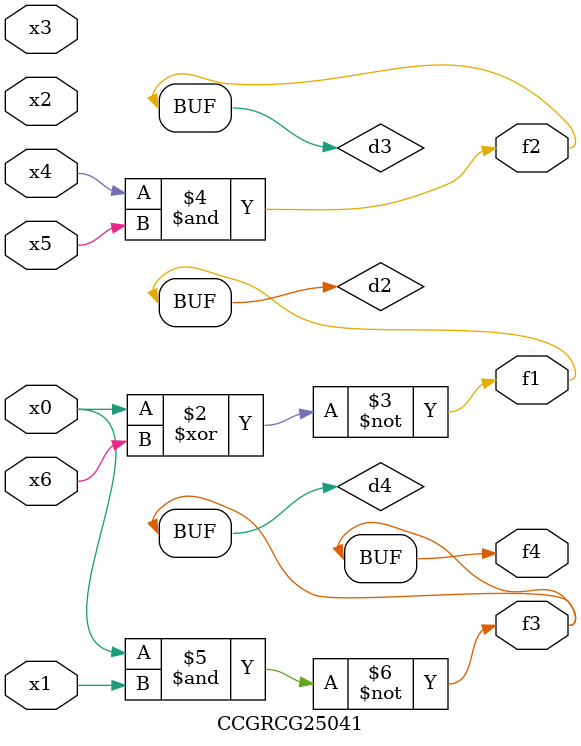
<source format=v>
module CCGRCG25041(
	input x0, x1, x2, x3, x4, x5, x6,
	output f1, f2, f3, f4
);

	wire d1, d2, d3, d4;

	nor (d1, x0);
	xnor (d2, x0, x6);
	and (d3, x4, x5);
	nand (d4, x0, x1);
	assign f1 = d2;
	assign f2 = d3;
	assign f3 = d4;
	assign f4 = d4;
endmodule

</source>
